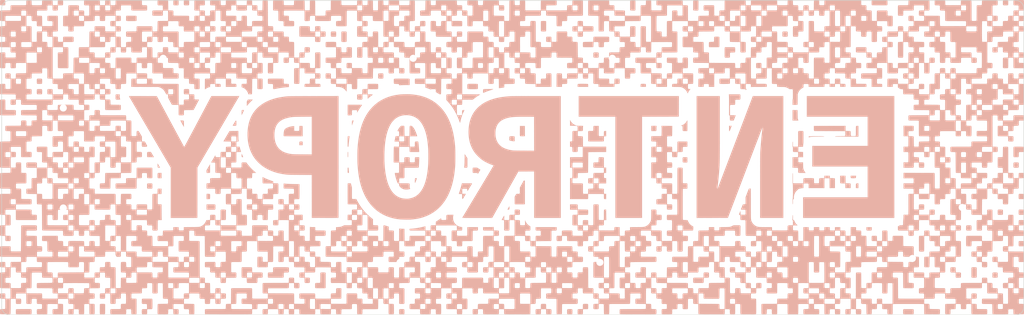
<source format=kicad_pcb>
(kicad_pcb (version 20171130) (host pcbnew 5.1.6-c6e7f7d~86~ubuntu20.04.1)
  (title_block (title Entropy) (date 2020-06-08) (rev 0.1) (company "Josh Johnson"))
  (layers (0 F.Cu signal) (31 B.Cu signal) (34 B.Paste user) (35 F.Paste user) (36 B.SilkS user) (37 F.SilkS user) (38 B.Mask user) (39 F.Mask user) (44 Edge.Cuts user))
  (net 0 "")
  (module MountingHole:MountingHole_2.7mm (layer F.Cu) (at 328.5 109.5)
    (fp_text reference H12 hide)
    (fp_text value M2.5)
    (pad 1 np_thru_hole circle (at 0 0) (size 2.7 2.7) (drill 2.7) (layers *.Cu *.Mask))
  )
  (module MountingHole:MountingHole_2.7mm (layer F.Cu) (at 424 109.5)
    (fp_text reference H11 hide)
    (fp_text value M2.5)
    (pad 1 np_thru_hole circle (at 0 0) (size 2.7 2.7) (drill 2.7) (layers *.Cu *.Mask))
  )
  (module MountingHole:MountingHole_2.7mm (layer F.Cu) (at 138 185.7)
    (fp_text reference H10 hide)
    (fp_text value M2.5)
    (pad 1 np_thru_hole circle (at 0 0) (size 2.7 2.7) (drill 2.7) (layers *.Cu *.Mask))
  )
  (module MountingHole:MountingHole_2.7mm (layer F.Cu) (at 157.1 109.5)
    (fp_text reference H9 hide)
    (fp_text value M2.5)
    (pad 1 np_thru_hole circle (at 0 0) (size 2.7 2.7) (drill 2.7) (layers *.Cu *.Mask))
  )
  (module MountingHole:MountingHole_2.7mm (layer F.Cu) (at 443 186)
    (fp_text reference H8 hide)
    (fp_text value M2.5)
    (pad 1 np_thru_hole circle (at 0 0) (size 2.7 2.7) (drill 2.7) (layers *.Cu *.Mask))
  )
  (module MountingHole:MountingHole_2.7mm (layer F.Cu) (at 247.5 187.5)
    (fp_text reference H7 hide)
    (fp_text value M2.5)
    (pad 1 np_thru_hole circle (at 0 0) (size 2.7 2.7) (drill 2.7) (layers *.Cu *.Mask))
  )
  (module MountingHole:MountingHole_2.7mm (layer F.Cu) (at 252.5 109.5)
    (fp_text reference H6 hide)
    (fp_text value M2.5)
    (pad 1 np_thru_hole circle (at 0 0) (size 2.7 2.7) (drill 2.7) (layers *.Cu *.Mask))
  )
  (module MountingHole:MountingHole_2.7mm (layer F.Cu) (at 323.75 187.5)
    (fp_text reference H5 hide)
    (fp_text value M2.5)
    (pad 1 np_thru_hole circle (at 0 0) (size 2.7 2.7) (drill 2.7) (layers *.Cu *.Mask))
  )
  (module MountingHole:MountingHole_2.7mm (layer F.Cu) (at 461.6 128.5 90)
    (fp_text reference H4 hide)
    (fp_text value M2.5)
    (pad 1 np_thru_hole circle (at 0 0 90) (size 2.7 2.7) (drill 2.7) (layers *.Cu *.Mask))
  )
  (module MountingHole:MountingHole_2.7mm (layer F.Cu) (at 462 166.5 90)
    (fp_text reference H3 hide)
    (fp_text value M2.5)
    (pad 1 np_thru_hole circle (at 0 0 90) (size 2.7 2.7) (drill 2.7) (layers *.Cu *.Mask))
  )
  (module MountingHole:MountingHole_2.7mm (layer F.Cu) (at 119 128.5 90)
    (fp_text reference H2 hide)
    (fp_text value M2.5)
    (pad 1 np_thru_hole circle (at 0 0 90) (size 2.7 2.7) (drill 2.7) (layers *.Cu *.Mask))
  )
  (module MountingHole:MountingHole_2.7mm (layer F.Cu) (at 119 166.7 90)
    (fp_text reference H1 hide)
    (fp_text value M2.5)
    (pad 1 np_thru_hole circle (at 0 0 90) (size 2.7 2.7) (drill 2.7) (layers *.Cu *.Mask))
  )
  (module graphics:back_silk_v0 (layer B.Cu) (at 290.21 147.2 180)
    (fp_text reference LOGO4 hide)
    (fp_text value BSILK hide)
  )
  (gr_arc (start 98.5 204.6) (end 95.5 204.6) (angle -90) (layer Edge.Cuts) (width 0.2))
  (gr_line (start 95.5 204.6) (end 95.5 90.4) (layer Edge.Cuts) (width 0.2))
  (gr_line (start 482.5 207.6) (end 98.5 207.6) (layer Edge.Cuts) (width 0.2))
  (gr_arc (start 482.5 204.6) (end 482.5 207.6) (angle -90) (layer Edge.Cuts) (width 0.2))
  (gr_arc (start 98.5 90.4) (end 98.5 87.4) (angle -90) (layer Edge.Cuts) (width 0.2))
  (gr_arc (start 482.5 90.4) (end 485.5 90.4) (angle -90) (layer Edge.Cuts) (width 0.2))
  (gr_line (start 98.5 87.4) (end 482.5 87.4) (layer Edge.Cuts) (width 0.2))
  (gr_line (start 485.5 90.4) (end 485.5 204.6) (layer Edge.Cuts) (width 0.2))
)
</source>
